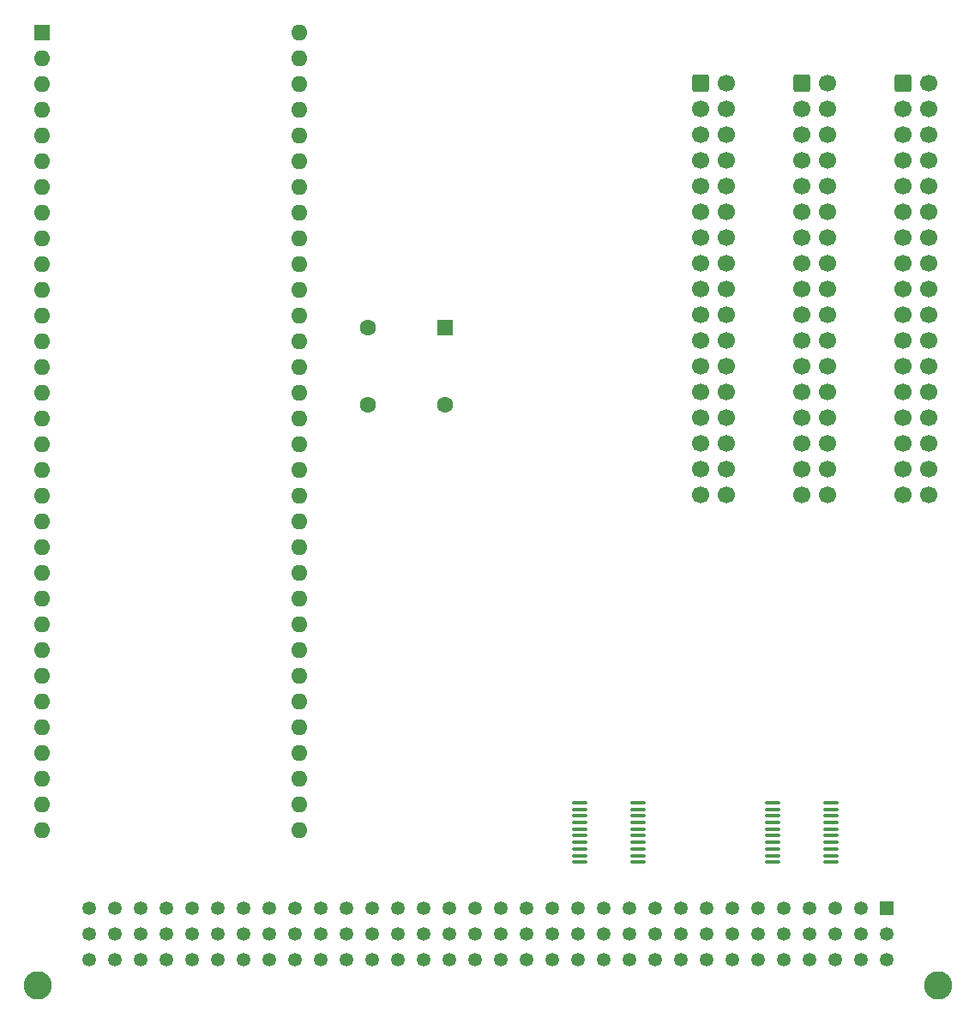
<source format=gbr>
%TF.GenerationSoftware,KiCad,Pcbnew,(6.0.4)*%
%TF.CreationDate,2022-05-02T09:06:27-05:00*%
%TF.ProjectId,cpu_board,6370755f-626f-4617-9264-2e6b69636164,rev?*%
%TF.SameCoordinates,Original*%
%TF.FileFunction,Soldermask,Top*%
%TF.FilePolarity,Negative*%
%FSLAX46Y46*%
G04 Gerber Fmt 4.6, Leading zero omitted, Abs format (unit mm)*
G04 Created by KiCad (PCBNEW (6.0.4)) date 2022-05-02 09:06:27*
%MOMM*%
%LPD*%
G01*
G04 APERTURE LIST*
G04 Aperture macros list*
%AMRoundRect*
0 Rectangle with rounded corners*
0 $1 Rounding radius*
0 $2 $3 $4 $5 $6 $7 $8 $9 X,Y pos of 4 corners*
0 Add a 4 corners polygon primitive as box body*
4,1,4,$2,$3,$4,$5,$6,$7,$8,$9,$2,$3,0*
0 Add four circle primitives for the rounded corners*
1,1,$1+$1,$2,$3*
1,1,$1+$1,$4,$5*
1,1,$1+$1,$6,$7*
1,1,$1+$1,$8,$9*
0 Add four rect primitives between the rounded corners*
20,1,$1+$1,$2,$3,$4,$5,0*
20,1,$1+$1,$4,$5,$6,$7,0*
20,1,$1+$1,$6,$7,$8,$9,0*
20,1,$1+$1,$8,$9,$2,$3,0*%
G04 Aperture macros list end*
%ADD10RoundRect,0.100000X-0.637500X-0.100000X0.637500X-0.100000X0.637500X0.100000X-0.637500X0.100000X0*%
%ADD11R,1.600000X1.600000*%
%ADD12C,1.600000*%
%ADD13RoundRect,0.250000X-0.600000X-0.600000X0.600000X-0.600000X0.600000X0.600000X-0.600000X0.600000X0*%
%ADD14C,1.700000*%
%ADD15C,2.790000*%
%ADD16R,1.350000X1.350000*%
%ADD17C,1.350000*%
%ADD18O,1.600000X1.600000*%
G04 APERTURE END LIST*
D10*
%TO.C,U3*%
X81137500Y-122075000D03*
X81137500Y-122725000D03*
X81137500Y-123375000D03*
X81137500Y-124025000D03*
X81137500Y-124675000D03*
X81137500Y-125325000D03*
X81137500Y-125975000D03*
X81137500Y-126625000D03*
X81137500Y-127275000D03*
X81137500Y-127925000D03*
X86862500Y-127925000D03*
X86862500Y-127275000D03*
X86862500Y-126625000D03*
X86862500Y-125975000D03*
X86862500Y-125325000D03*
X86862500Y-124675000D03*
X86862500Y-124025000D03*
X86862500Y-123375000D03*
X86862500Y-122725000D03*
X86862500Y-122075000D03*
%TD*%
%TO.C,U2*%
X100137500Y-122075000D03*
X100137500Y-122725000D03*
X100137500Y-123375000D03*
X100137500Y-124025000D03*
X100137500Y-124675000D03*
X100137500Y-125325000D03*
X100137500Y-125975000D03*
X100137500Y-126625000D03*
X100137500Y-127275000D03*
X100137500Y-127925000D03*
X105862500Y-127925000D03*
X105862500Y-127275000D03*
X105862500Y-126625000D03*
X105862500Y-125975000D03*
X105862500Y-125325000D03*
X105862500Y-124675000D03*
X105862500Y-124025000D03*
X105862500Y-123375000D03*
X105862500Y-122725000D03*
X105862500Y-122075000D03*
%TD*%
D11*
%TO.C,X1*%
X67810000Y-75190000D03*
D12*
X60190000Y-75190000D03*
X60190000Y-82810000D03*
X67810000Y-82810000D03*
%TD*%
D13*
%TO.C,J2*%
X93000000Y-51000000D03*
D14*
X95540000Y-51000000D03*
X93000000Y-53540000D03*
X95540000Y-53540000D03*
X93000000Y-56080000D03*
X95540000Y-56080000D03*
X93000000Y-58620000D03*
X95540000Y-58620000D03*
X93000000Y-61160000D03*
X95540000Y-61160000D03*
X93000000Y-63700000D03*
X95540000Y-63700000D03*
X93000000Y-66240000D03*
X95540000Y-66240000D03*
X93000000Y-68780000D03*
X95540000Y-68780000D03*
X93000000Y-71320000D03*
X95540000Y-71320000D03*
X93000000Y-73860000D03*
X95540000Y-73860000D03*
X93000000Y-76400000D03*
X95540000Y-76400000D03*
X93000000Y-78940000D03*
X95540000Y-78940000D03*
X93000000Y-81480000D03*
X95540000Y-81480000D03*
X93000000Y-84020000D03*
X95540000Y-84020000D03*
X93000000Y-86560000D03*
X95540000Y-86560000D03*
X93000000Y-89100000D03*
X95540000Y-89100000D03*
X93000000Y-91640000D03*
X95540000Y-91640000D03*
%TD*%
D15*
%TO.C,J4*%
X27550000Y-140107500D03*
X116450000Y-140107500D03*
D16*
X111370000Y-132487500D03*
D17*
X108830000Y-132487500D03*
X106290000Y-132487500D03*
X103750000Y-132487500D03*
X101210000Y-132487500D03*
X98670000Y-132487500D03*
X96130000Y-132487500D03*
X93590000Y-132487500D03*
X91050000Y-132487500D03*
X88510000Y-132487500D03*
X85970000Y-132487500D03*
X83430000Y-132487500D03*
X80890000Y-132487500D03*
X78350000Y-132487500D03*
X75810000Y-132487500D03*
X73270000Y-132487500D03*
X70730000Y-132487500D03*
X68190000Y-132487500D03*
X65650000Y-132487500D03*
X63110000Y-132487500D03*
X60570000Y-132487500D03*
X58030000Y-132487500D03*
X55490000Y-132487500D03*
X52950000Y-132487500D03*
X50410000Y-132487500D03*
X47870000Y-132487500D03*
X45330000Y-132487500D03*
X42790000Y-132487500D03*
X40250000Y-132487500D03*
X37710000Y-132487500D03*
X35170000Y-132487500D03*
X32630000Y-132487500D03*
X111370000Y-135027500D03*
X108830000Y-135027500D03*
X106290000Y-135027500D03*
X103750000Y-135027500D03*
X101210000Y-135027500D03*
X98670000Y-135027500D03*
X96130000Y-135027500D03*
X93590000Y-135027500D03*
X91050000Y-135027500D03*
X88510000Y-135027500D03*
X85970000Y-135027500D03*
X83430000Y-135027500D03*
X80890000Y-135027500D03*
X78350000Y-135027500D03*
X75810000Y-135027500D03*
X73270000Y-135027500D03*
X70730000Y-135027500D03*
X68190000Y-135027500D03*
X65650000Y-135027500D03*
X63110000Y-135027500D03*
X60570000Y-135027500D03*
X58030000Y-135027500D03*
X55490000Y-135027500D03*
X52950000Y-135027500D03*
X50410000Y-135027500D03*
X47870000Y-135027500D03*
X45330000Y-135027500D03*
X42790000Y-135027500D03*
X40250000Y-135027500D03*
X37710000Y-135027500D03*
X35170000Y-135027500D03*
X32630000Y-135027500D03*
X111370000Y-137567500D03*
X108830000Y-137567500D03*
X106290000Y-137567500D03*
X103750000Y-137567500D03*
X101210000Y-137567500D03*
X98670000Y-137567500D03*
X96130000Y-137567500D03*
X93590000Y-137567500D03*
X91050000Y-137567500D03*
X88510000Y-137567500D03*
X85970000Y-137567500D03*
X83430000Y-137567500D03*
X80890000Y-137567500D03*
X78350000Y-137567500D03*
X75810000Y-137567500D03*
X73270000Y-137567500D03*
X70730000Y-137567500D03*
X68190000Y-137567500D03*
X65650000Y-137567500D03*
X63110000Y-137567500D03*
X60570000Y-137567500D03*
X58030000Y-137567500D03*
X55490000Y-137567500D03*
X52950000Y-137567500D03*
X50410000Y-137567500D03*
X47870000Y-137567500D03*
X45330000Y-137567500D03*
X42790000Y-137567500D03*
X40250000Y-137567500D03*
X37710000Y-137567500D03*
X35170000Y-137567500D03*
X32630000Y-137567500D03*
%TD*%
D11*
%TO.C,U1*%
X28000000Y-46000000D03*
D18*
X28000000Y-48540000D03*
X28000000Y-51080000D03*
X28000000Y-53620000D03*
X28000000Y-56160000D03*
X28000000Y-58700000D03*
X28000000Y-61240000D03*
X28000000Y-63780000D03*
X28000000Y-66320000D03*
X28000000Y-68860000D03*
X28000000Y-71400000D03*
X28000000Y-73940000D03*
X28000000Y-76480000D03*
X28000000Y-79020000D03*
X28000000Y-81560000D03*
X28000000Y-84100000D03*
X28000000Y-86640000D03*
X28000000Y-89180000D03*
X28000000Y-91720000D03*
X28000000Y-94260000D03*
X28000000Y-96800000D03*
X28000000Y-99340000D03*
X28000000Y-101880000D03*
X28000000Y-104420000D03*
X28000000Y-106960000D03*
X28000000Y-109500000D03*
X28000000Y-112040000D03*
X28000000Y-114580000D03*
X28000000Y-117120000D03*
X28000000Y-119660000D03*
X28000000Y-122200000D03*
X28000000Y-124740000D03*
X53400000Y-124740000D03*
X53400000Y-122200000D03*
X53400000Y-119660000D03*
X53400000Y-117120000D03*
X53400000Y-114580000D03*
X53400000Y-112040000D03*
X53400000Y-109500000D03*
X53400000Y-106960000D03*
X53400000Y-104420000D03*
X53400000Y-101880000D03*
X53400000Y-99340000D03*
X53400000Y-96800000D03*
X53400000Y-94260000D03*
X53400000Y-91720000D03*
X53400000Y-89180000D03*
X53400000Y-86640000D03*
X53400000Y-84100000D03*
X53400000Y-81560000D03*
X53400000Y-79020000D03*
X53400000Y-76480000D03*
X53400000Y-73940000D03*
X53400000Y-71400000D03*
X53400000Y-68860000D03*
X53400000Y-66320000D03*
X53400000Y-63780000D03*
X53400000Y-61240000D03*
X53400000Y-58700000D03*
X53400000Y-56160000D03*
X53400000Y-53620000D03*
X53400000Y-51080000D03*
X53400000Y-48540000D03*
X53400000Y-46000000D03*
%TD*%
D13*
%TO.C,J1*%
X103000000Y-51000000D03*
D14*
X105540000Y-51000000D03*
X103000000Y-53540000D03*
X105540000Y-53540000D03*
X103000000Y-56080000D03*
X105540000Y-56080000D03*
X103000000Y-58620000D03*
X105540000Y-58620000D03*
X103000000Y-61160000D03*
X105540000Y-61160000D03*
X103000000Y-63700000D03*
X105540000Y-63700000D03*
X103000000Y-66240000D03*
X105540000Y-66240000D03*
X103000000Y-68780000D03*
X105540000Y-68780000D03*
X103000000Y-71320000D03*
X105540000Y-71320000D03*
X103000000Y-73860000D03*
X105540000Y-73860000D03*
X103000000Y-76400000D03*
X105540000Y-76400000D03*
X103000000Y-78940000D03*
X105540000Y-78940000D03*
X103000000Y-81480000D03*
X105540000Y-81480000D03*
X103000000Y-84020000D03*
X105540000Y-84020000D03*
X103000000Y-86560000D03*
X105540000Y-86560000D03*
X103000000Y-89100000D03*
X105540000Y-89100000D03*
X103000000Y-91640000D03*
X105540000Y-91640000D03*
%TD*%
D13*
%TO.C,J3*%
X113000000Y-51000000D03*
D14*
X115540000Y-51000000D03*
X113000000Y-53540000D03*
X115540000Y-53540000D03*
X113000000Y-56080000D03*
X115540000Y-56080000D03*
X113000000Y-58620000D03*
X115540000Y-58620000D03*
X113000000Y-61160000D03*
X115540000Y-61160000D03*
X113000000Y-63700000D03*
X115540000Y-63700000D03*
X113000000Y-66240000D03*
X115540000Y-66240000D03*
X113000000Y-68780000D03*
X115540000Y-68780000D03*
X113000000Y-71320000D03*
X115540000Y-71320000D03*
X113000000Y-73860000D03*
X115540000Y-73860000D03*
X113000000Y-76400000D03*
X115540000Y-76400000D03*
X113000000Y-78940000D03*
X115540000Y-78940000D03*
X113000000Y-81480000D03*
X115540000Y-81480000D03*
X113000000Y-84020000D03*
X115540000Y-84020000D03*
X113000000Y-86560000D03*
X115540000Y-86560000D03*
X113000000Y-89100000D03*
X115540000Y-89100000D03*
X113000000Y-91640000D03*
X115540000Y-91640000D03*
%TD*%
M02*

</source>
